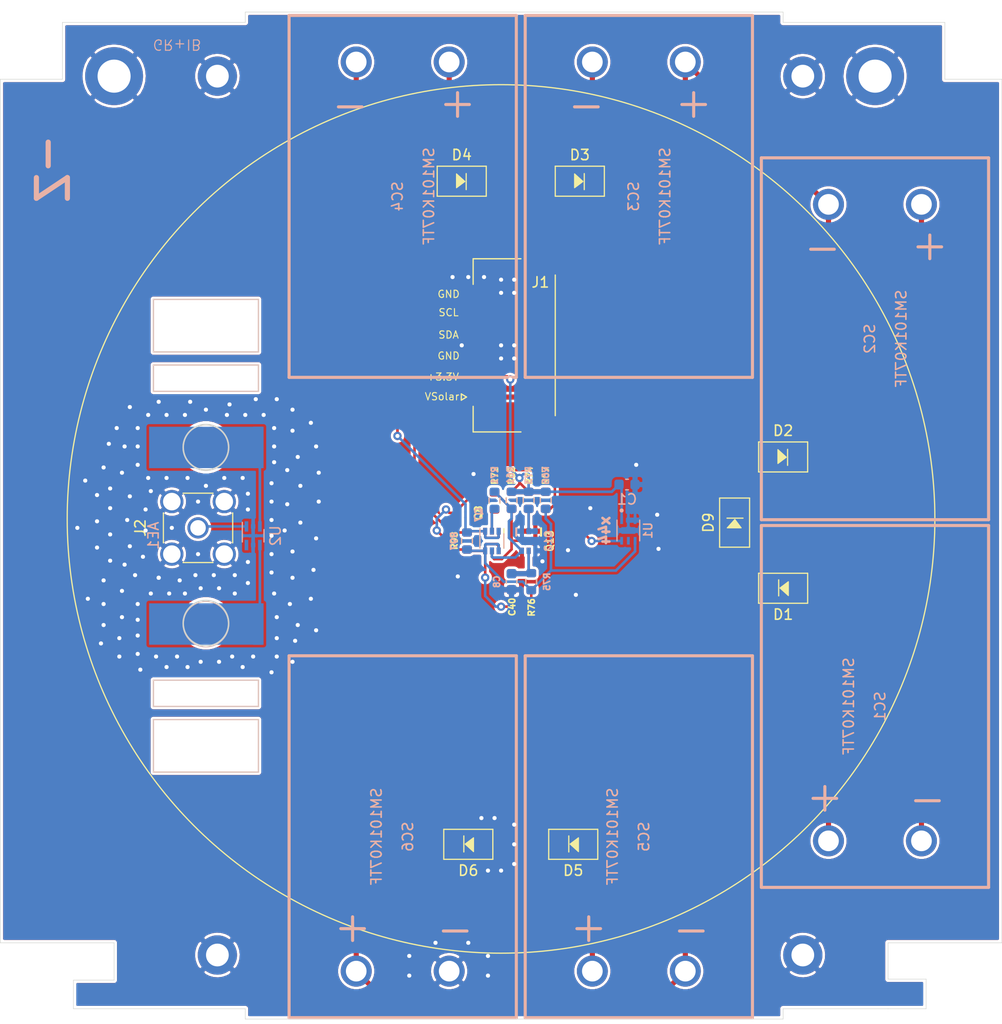
<source format=kicad_pcb>
(kicad_pcb (version 20171130) (host pcbnew "(5.1.10)-1")
  (layers (0 F.Cu signal) (31 B.Cu signal) (34 B.Paste user hide) (35 F.Paste user hide) (36 B.SilkS user) (37 F.SilkS user) (38 B.Mask user hide) (39 F.Mask user hide) (44 Edge.Cuts user))
  (net 0 "")
  (net 1 GND)
  (net 2 "Net-(D1-Pad1)")
  (net 3 "Net-(D1-Pad2)")
  (net 4 "Net-(D2-Pad2)")
  (net 5 "Net-(D3-Pad2)")
  (net 6 "Net-(D4-Pad2)")
  (net 7 "Net-(D5-Pad2)")
  (net 8 VSOLAR)
  (net 9 "Net-(AE1-Pad2)")
  (net 10 "Net-(AE1-Pad1)")
  (net 11 +3V3)
  (net 12 SDA)
  (net 13 SCL)
  (net 14 "Net-(J2-Pad1)")
  (net 15 "Net-(C8-Pad1)")
  (net 16 "Net-(C40-Pad1)")
  (net 17 SCL_SUN)
  (net 18 "Net-(Q7-Pad2)")
  (net 19 "Net-(Q12-Pad6)")
  (net 20 SDA_SUN)
  (net 21 "Net-(Q8-Pad2)")
  (net 22 "Net-(Q13-Pad6)")
  (net 23 "Net-(Q12-Pad2)")
  (net 24 "Net-(Q13-Pad2)")
  (module sapling:OPT3001 (layer B.Cu) (at 160.274 96.012 270)
    (fp_text reference U1 (at 0 -1.905 270) (layer B.SilkS) (effects (font (size 0.8 0.8)) (justify mirror)))
    (fp_text value OPT3001DNPT)
    (pad 1 smd rect (at -0.995 0.65 270) (size 0.74 0.27) (layers B.Cu B.Paste B.Mask) (net 11 +3V3))
    (pad 2 smd rect (at -0.995 0 270) (size 0.74 0.27) (layers B.Cu B.Paste B.Mask) (net 1 GND))
    (pad 3 smd rect (at -0.995 -0.65 270) (size 0.74 0.27) (layers B.Cu B.Paste B.Mask) (net 1 GND))
    (pad 4 smd rect (at 0.995 -0.65 270) (size 0.74 0.27) (layers B.Cu B.Paste B.Mask) (net 17 SCL_SUN))
    (pad 5 smd rect (at 0.995 0 270) (size 0.74 0.27) (layers B.Cu B.Paste B.Mask))
    (pad 6 smd rect (at 0.995 0.65 270) (size 0.74 0.27) (layers B.Cu B.Paste B.Mask) (net 20 SDA_SUN))
    (pad 7 smd rect (at 0 0 270) (size 0.65 1.35) (layers B.Cu B.Mask) (net 1 GND))
  )
  (module Capacitor_SMD:C_0603_1608Metric (layer B.Cu) (at 160.147 91.567)
    (fp_text reference C1 (at 0 1.43) (layer B.SilkS) (effects (justify mirror)))
    (fp_text value 100nF)
    (pad 2 smd roundrect (at 0.775 0) (size 0.9 0.95) (layers B.Cu B.Paste B.Mask) (net 1 GND))
    (pad 1 smd roundrect (at -0.775 0) (size 0.9 0.95) (layers B.Cu B.Paste B.Mask) (net 11 +3V3))
  )
  (module MountingHole:MountingHole_2.2mm_M2_DIN965_Pad_TopBottom (layer F.Cu) (at 120.49 52.07)
    (fp_text reference H6 hide)
    (fp_text value MountingHole_Pad)
    (pad 1 connect circle (at 0 0) (size 3.8 3.8) (layers B.Cu B.Mask) (net 1 GND))
    (pad 1 connect circle (at 0 0) (size 3.8 3.8) (layers F.Cu F.Mask) (net 1 GND))
    (pad 1 thru_hole circle (at 0 0) (size 2.6 2.6) (drill 2.2) (layers *.Cu *.Mask) (net 1 GND))
  )
  (module MountingHole:MountingHole_2.2mm_M2_DIN965_Pad_TopBottom (layer F.Cu) (at 177.164 137.07)
    (fp_text reference H5)
    (fp_text value MountingHole_Pad)
    (pad 1 connect circle (at 0 0) (size 3.8 3.8) (layers B.Cu B.Mask) (net 1 GND))
    (pad 1 connect circle (at 0 0) (size 3.8 3.8) (layers F.Cu F.Mask) (net 1 GND))
    (pad 1 thru_hole circle (at 0 0) (size 2.6 2.6) (drill 2.2) (layers *.Cu *.Mask) (net 1 GND))
  )
  (module MountingHole:MountingHole_2.2mm_M2_DIN965_Pad_TopBottom (layer F.Cu) (at 177.164 52.07)
    (fp_text reference H4)
    (fp_text value MountingHole_Pad)
    (pad 1 thru_hole circle (at 0 0) (size 2.6 2.6) (drill 2.2) (layers *.Cu *.Mask) (net 1 GND))
    (pad 1 connect circle (at 0 0) (size 3.8 3.8) (layers F.Cu F.Mask) (net 1 GND))
    (pad 1 connect circle (at 0 0) (size 3.8 3.8) (layers B.Cu B.Mask) (net 1 GND))
  )
  (module MountingHole:MountingHole_2.2mm_M2_DIN965_Pad_TopBottom (layer F.Cu) (at 120.49 137.07)
    (fp_text reference H3)
    (fp_text value MountingHole_Pad)
    (pad 1 connect circle (at 0 0) (size 3.8 3.8) (layers B.Cu B.Mask) (net 1 GND))
    (pad 1 connect circle (at 0 0) (size 3.8 3.8) (layers F.Cu F.Mask) (net 1 GND))
    (pad 1 thru_hole circle (at 0 0) (size 2.6 2.6) (drill 2.2) (layers *.Cu *.Mask) (net 1 GND))
  )
  (module MountingHole:MountingHole_3.2mm_M3_DIN965_Pad_TopBottom (layer F.Cu) (at 184.164 52.07)
    (fp_text reference H2)
    (fp_text value MountingHole_Pad)
    (pad 1 connect circle (at 0 0) (size 5.6 5.6) (layers B.Cu B.Mask) (net 1 GND))
    (pad 1 connect circle (at 0 0) (size 5.6 5.6) (layers F.Cu F.Mask) (net 1 GND))
    (pad 1 thru_hole circle (at 0 0) (size 3.6 3.6) (drill 3.2) (layers *.Cu *.Mask) (net 1 GND))
  )
  (module MountingHole:MountingHole_3.2mm_M3_DIN965_Pad_TopBottom (layer F.Cu) (at 110.49 52.07)
    (fp_text reference H1)
    (fp_text value MountingHole_Pad)
    (pad 1 connect circle (at 0 0) (size 5.6 5.6) (layers B.Cu B.Mask) (net 1 GND))
    (pad 1 connect circle (at 0 0) (size 5.6 5.6) (layers F.Cu F.Mask) (net 1 GND))
    (pad 1 thru_hole circle (at 0 0) (size 3.6 3.6) (drill 3.2) (layers *.Cu *.Mask) (net 1 GND))
  )
  (module sapling:MOLEX_2053380006 (layer F.Cu) (at 149.225 78.105 270)
    (fp_text reference J1 (at -6.096 -2.54 180) (layer F.SilkS))
    (fp_text value Conn_01x06)
    (pad 1 smd rect (at 5 3.55 270) (size 1.1 1.45) (layers F.Cu F.Paste) (net 8 VSOLAR))
    (pad S2 smd rect (at -7.895 -2.425 270) (size 1.35 2.9) (layers F.Cu F.Paste))
    (pad S1 smd rect (at 7.895 -2.425 270) (size 1.35 2.9) (layers F.Cu F.Paste))
    (pad 2 smd rect (at 3 3.55 270) (size 1.1 1.45) (layers F.Cu F.Paste) (net 11 +3V3))
    (pad 3 smd rect (at 1 3.55 270) (size 1.1 1.45) (layers F.Cu F.Paste) (net 1 GND))
    (pad 4 smd rect (at -1 3.55 270) (size 1.1 1.45) (layers F.Cu F.Paste) (net 12 SDA))
    (pad 5 smd rect (at -3 3.55 270) (size 1.1 1.45) (layers F.Cu F.Paste) (net 13 SCL))
    (pad 6 smd rect (at -5 3.55 270) (size 1.1 1.45) (layers F.Cu F.Paste) (net 1 GND))
  )
  (module sapling:DO-214AC (layer F.Cu) (at 144.145 62.23 180)
    (fp_text reference D4 (at 0 2.54 180) (layer F.SilkS))
    (fp_text value CDBA240LL-HF)
    (pad 1 smd rect (at -2 0 180) (size 2.5 1.7) (layers F.Cu F.Paste F.Mask) (net 5 "Net-(D3-Pad2)"))
    (pad 2 smd rect (at 2 0 180) (size 2.5 1.7) (layers F.Cu F.Paste F.Mask) (net 6 "Net-(D4-Pad2)"))
  )
  (module sapling:SM101K07TF (layer B.Cu) (at 184.15 113.03 270)
    (fp_text reference SC1 (at 0 -0.5 270) (layer B.SilkS) (effects (justify mirror)))
    (fp_text value SM101K07TF (at 0 2.54 270) (layer B.SilkS) (effects (justify mirror)))
    (fp_text user + (at 8.89 5.08 270) (layer B.SilkS) (effects (font (size 3 3) (thickness 0.3)) (justify mirror)))
    (fp_text user - (at 8.89 -5.08) (layer B.SilkS) (effects (font (size 3 3) (thickness 0.3)) (justify mirror)))
    (pad 1 thru_hole circle (at 13 4.5 270) (size 3 3) (drill 2) (layers *.Cu *.Mask) (net 2 "Net-(D1-Pad1)"))
    (pad 2 thru_hole circle (at 13 -4.5 270) (size 3 3) (drill 2) (layers *.Cu *.Mask) (net 3 "Net-(D1-Pad2)"))
  )
  (module sapling:SM101K07TF (layer B.Cu) (at 161.29 63.7 90)
    (fp_text reference SC3 (at 0 -0.5 270) (layer B.SilkS) (effects (justify mirror)))
    (fp_text value SM101K07TF (at 0 2.54 270) (layer B.SilkS) (effects (justify mirror)))
    (fp_text user + (at 8.89 5.08 270) (layer B.SilkS) (effects (font (size 3 3) (thickness 0.3)) (justify mirror)))
    (fp_text user - (at 8.89 -5.08) (layer B.SilkS) (effects (font (size 3 3) (thickness 0.3)) (justify mirror)))
    (pad 1 thru_hole circle (at 13 4.5 90) (size 3 3) (drill 2) (layers *.Cu *.Mask) (net 4 "Net-(D2-Pad2)"))
    (pad 2 thru_hole circle (at 13 -4.5 90) (size 3 3) (drill 2) (layers *.Cu *.Mask) (net 5 "Net-(D3-Pad2)"))
  )
  (module sapling:SM101K07TF (layer B.Cu) (at 138.43 63.7 90)
    (fp_text reference SC4 (at 0 -0.5 270) (layer B.SilkS) (effects (justify mirror)))
    (fp_text value SM101K07TF (at 0 2.54 270) (layer B.SilkS) (effects (justify mirror)))
    (fp_text user + (at 8.89 5.08 270) (layer B.SilkS) (effects (font (size 3 3) (thickness 0.3)) (justify mirror)))
    (fp_text user - (at 8.89 -5.08) (layer B.SilkS) (effects (font (size 3 3) (thickness 0.3)) (justify mirror)))
    (pad 1 thru_hole circle (at 13 4.5 90) (size 3 3) (drill 2) (layers *.Cu *.Mask) (net 5 "Net-(D3-Pad2)"))
    (pad 2 thru_hole circle (at 13 -4.5 90) (size 3 3) (drill 2) (layers *.Cu *.Mask) (net 6 "Net-(D4-Pad2)"))
  )
  (module sapling:DO-214AC (layer F.Cu) (at 170.561 95.25 270)
    (fp_text reference D9 (at 0 2.54 90) (layer F.SilkS))
    (fp_text value CDBA240LL-HF)
    (pad 1 smd rect (at -2 0 270) (size 2.5 1.7) (layers F.Cu F.Paste F.Mask) (net 8 VSOLAR))
    (pad 2 smd rect (at 2 0 270) (size 2.5 1.7) (layers F.Cu F.Paste F.Mask) (net 2 "Net-(D1-Pad1)"))
  )
  (module sapling:DO-214AC (layer F.Cu) (at 155.575 62.23 180)
    (fp_text reference D3 (at 0 2.54 180) (layer F.SilkS))
    (fp_text value CDBA240LL-HF)
    (pad 1 smd rect (at -2 0 180) (size 2.5 1.7) (layers F.Cu F.Paste F.Mask) (net 4 "Net-(D2-Pad2)"))
    (pad 2 smd rect (at 2 0 180) (size 2.5 1.7) (layers F.Cu F.Paste F.Mask) (net 5 "Net-(D3-Pad2)"))
  )
  (module sapling:DO-214AC (layer F.Cu) (at 175.26 101.6)
    (fp_text reference D1 (at 0 2.54 180) (layer F.SilkS))
    (fp_text value CDBA240LL-HF)
    (pad 1 smd rect (at -2 0) (size 2.5 1.7) (layers F.Cu F.Paste F.Mask) (net 2 "Net-(D1-Pad1)"))
    (pad 2 smd rect (at 2 0) (size 2.5 1.7) (layers F.Cu F.Paste F.Mask) (net 3 "Net-(D1-Pad2)"))
  )
  (module sapling:BSS138DWQ-7 (layer B.Cu) (at 150.622 97.028 270)
    (fp_text reference Q12 (at 0 -1.905 90) (layer B.SilkS) (effects (font (size 0.7 0.7) (thickness 0.127)) (justify mirror)))
    (fp_text value BSS138DWQ-7 hide)
    (pad 6 smd rect (at 0.95 0.65 180) (size 0.4 0.6) (layers B.Cu B.Paste B.Mask) (net 19 "Net-(Q12-Pad6)"))
    (pad 5 smd rect (at 0.95 0 180) (size 0.4 0.6) (layers B.Cu B.Paste B.Mask) (net 15 "Net-(C8-Pad1)"))
    (pad 4 smd rect (at 0.95 -0.65 180) (size 0.4 0.6) (layers B.Cu B.Paste B.Mask) (net 1 GND))
    (pad 3 smd rect (at -0.95 -0.65 180) (size 0.4 0.6) (layers B.Cu B.Paste B.Mask) (net 23 "Net-(Q12-Pad2)"))
    (pad 2 smd rect (at -0.95 0 180) (size 0.4 0.6) (layers B.Cu B.Paste B.Mask) (net 23 "Net-(Q12-Pad2)"))
    (pad 1 smd rect (at -0.95 0.65 180) (size 0.4 0.6) (layers B.Cu B.Paste B.Mask) (net 1 GND))
  )
  (module Package_TO_SOT_SMD:SOT-363_SC-70-6 (layer F.Cu) (at 147.066 97.028 270)
    (fp_text reference Q8 (at -2.7178 1.2954 90) (layer F.SilkS) (effects (font (size 0.7 0.7))))
    (fp_text value MBT2222ADW1T1)
    (pad 6 smd rect (at 0.95 -0.65 270) (size 0.65 0.4) (layers F.Cu F.Paste F.Mask) (net 20 SDA_SUN))
    (pad 4 smd rect (at 0.95 0.65 270) (size 0.65 0.4) (layers F.Cu F.Paste F.Mask) (net 20 SDA_SUN))
    (pad 2 smd rect (at -0.95 0 270) (size 0.65 0.4) (layers F.Cu F.Paste F.Mask) (net 21 "Net-(Q8-Pad2)"))
    (pad 5 smd rect (at 0.95 0 270) (size 0.65 0.4) (layers F.Cu F.Paste F.Mask) (net 22 "Net-(Q13-Pad6)"))
    (pad 3 smd rect (at -0.95 0.65 270) (size 0.65 0.4) (layers F.Cu F.Paste F.Mask) (net 12 SDA))
    (pad 1 smd rect (at -0.95 -0.65 270) (size 0.65 0.4) (layers F.Cu F.Paste F.Mask) (net 12 SDA))
  )
  (module Resistor_SMD:R_0603_1608Metric (layer B.Cu) (at 150.876 100.965 90)
    (fp_text reference R75 (at 0 1.524 90) (layer B.SilkS) (effects (font (size 0.6 0.6)) (justify mirror)))
    (fp_text value 200K)
    (pad 2 smd roundrect (at 0.825 0 90) (size 0.8 0.95) (layers B.Cu B.Paste B.Mask) (net 15 "Net-(C8-Pad1)"))
    (pad 1 smd roundrect (at -0.825 0 90) (size 0.8 0.95) (layers B.Cu B.Paste B.Mask) (net 17 SCL_SUN))
  )
  (module Capacitor_SMD:C_0603_1608Metric (layer B.Cu) (at 148.971 100.965 270)
    (fp_text reference C8 (at 0 1.43 90) (layer B.SilkS) (effects (font (size 0.6 0.6)) (justify mirror)))
    (fp_text value 10nF)
    (pad 2 smd roundrect (at 0.775 0 270) (size 0.9 0.95) (layers B.Cu B.Paste B.Mask) (net 1 GND))
    (pad 1 smd roundrect (at -0.775 0 270) (size 0.9 0.95) (layers B.Cu B.Paste B.Mask) (net 15 "Net-(C8-Pad1)"))
  )
  (module Capacitor_SMD:C_0603_1608Metric (layer F.Cu) (at 148.971 100.965 270)
    (fp_text reference C40 (at 2.4384 -0.0508 90) (layer F.SilkS) (effects (font (size 0.6 0.6))))
    (fp_text value 10nF)
    (pad 2 smd roundrect (at 0.775 0 270) (size 0.9 0.95) (layers F.Cu F.Paste F.Mask) (net 1 GND))
    (pad 1 smd roundrect (at -0.775 0 270) (size 0.9 0.95) (layers F.Cu F.Paste F.Mask) (net 16 "Net-(C40-Pad1)"))
  )
  (module Package_TO_SOT_SMD:SOT-363_SC-70-6 (layer B.Cu) (at 147.066 97.028 270)
    (fp_text reference Q7 (at -2.54 1.27 90) (layer B.SilkS) (effects (font (size 0.7 0.7)) (justify mirror)))
    (fp_text value MBT2222ADW1T1)
    (pad 6 smd rect (at 0.95 0.65 270) (size 0.65 0.4) (layers B.Cu B.Paste B.Mask) (net 17 SCL_SUN))
    (pad 4 smd rect (at 0.95 -0.65 270) (size 0.65 0.4) (layers B.Cu B.Paste B.Mask) (net 17 SCL_SUN))
    (pad 2 smd rect (at -0.95 0 270) (size 0.65 0.4) (layers B.Cu B.Paste B.Mask) (net 18 "Net-(Q7-Pad2)"))
    (pad 5 smd rect (at 0.95 0 270) (size 0.65 0.4) (layers B.Cu B.Paste B.Mask) (net 19 "Net-(Q12-Pad6)"))
    (pad 3 smd rect (at -0.95 -0.65 270) (size 0.65 0.4) (layers B.Cu B.Paste B.Mask) (net 13 SCL))
    (pad 1 smd rect (at -0.95 0.65 270) (size 0.65 0.4) (layers B.Cu B.Paste B.Mask) (net 13 SCL))
  )
  (module Resistor_SMD:R_0603_1608Metric (layer F.Cu) (at 150.622 93.091 270)
    (fp_text reference R74 (at -2.3876 -0.0762 90) (layer F.SilkS) (effects (font (size 0.6 0.6))))
    (fp_text value 100K)
    (pad 2 smd roundrect (at 0.825 0 270) (size 0.8 0.95) (layers F.Cu F.Paste F.Mask) (net 24 "Net-(Q13-Pad2)"))
    (pad 1 smd roundrect (at -0.825 0 270) (size 0.8 0.95) (layers F.Cu F.Paste F.Mask) (net 11 +3V3))
  )
  (module Resistor_SMD:R_0603_1608Metric (layer F.Cu) (at 148.971 93.091 270)
    (fp_text reference R62 (at -2.3876 0 90) (layer F.SilkS) (effects (font (size 0.6 0.6))))
    (fp_text value 10K)
    (pad 2 smd roundrect (at 0.825 0 270) (size 0.8 0.95) (layers F.Cu F.Paste F.Mask) (net 22 "Net-(Q13-Pad6)"))
    (pad 1 smd roundrect (at -0.825 0 270) (size 0.8 0.95) (layers F.Cu F.Paste F.Mask) (net 11 +3V3))
  )
  (module Resistor_SMD:R_0603_1608Metric (layer F.Cu) (at 144.653 97.028 90)
    (fp_text reference R98 (at 0.0254 -1.2192 90) (layer F.SilkS) (effects (font (size 0.6 0.6))))
    (fp_text value 0)
    (pad 2 smd roundrect (at 0.825 0 90) (size 0.8 0.95) (layers F.Cu F.Paste F.Mask) (net 12 SDA))
    (pad 1 smd roundrect (at -0.825 0 90) (size 0.8 0.95) (layers F.Cu F.Paste F.Mask) (net 20 SDA_SUN))
  )
  (module Resistor_SMD:R_0603_1608Metric (layer B.Cu) (at 150.622 93.091 270)
    (fp_text reference R73 (at -2.413 0 90) (layer B.SilkS) (effects (font (size 0.6 0.6)) (justify mirror)))
    (fp_text value 100K)
    (pad 2 smd roundrect (at 0.825 0 270) (size 0.8 0.95) (layers B.Cu B.Paste B.Mask) (net 23 "Net-(Q12-Pad2)"))
    (pad 1 smd roundrect (at -0.825 0 270) (size 0.8 0.95) (layers B.Cu B.Paste B.Mask) (net 11 +3V3))
  )
  (module Resistor_SMD:R_0603_1608Metric (layer B.Cu) (at 147.32 93.091 90)
    (fp_text reference R71 (at 2.413 0 90) (layer B.SilkS) (effects (font (size 0.6 0.6)) (justify mirror)))
    (fp_text value 680)
    (pad 2 smd roundrect (at 0.825 0 90) (size 0.8 0.95) (layers B.Cu B.Paste B.Mask) (net 19 "Net-(Q12-Pad6)"))
    (pad 1 smd roundrect (at -0.825 0 90) (size 0.8 0.95) (layers B.Cu B.Paste B.Mask) (net 18 "Net-(Q7-Pad2)"))
  )
  (module sapling:BSS138DWQ-7 (layer F.Cu) (at 150.622 97.028 270)
    (fp_text reference Q13 (at 0 -2.06 90) (layer F.SilkS) (effects (font (size 0.7 0.7) (thickness 0.127))))
    (fp_text value BSS138DWQ-7 hide)
    (pad 6 smd rect (at 0.95 -0.65) (size 0.4 0.6) (layers F.Cu F.Paste F.Mask) (net 22 "Net-(Q13-Pad6)"))
    (pad 5 smd rect (at 0.95 0) (size 0.4 0.6) (layers F.Cu F.Paste F.Mask) (net 16 "Net-(C40-Pad1)"))
    (pad 4 smd rect (at 0.95 0.65) (size 0.4 0.6) (layers F.Cu F.Paste F.Mask) (net 1 GND))
    (pad 3 smd rect (at -0.95 0.65) (size 0.4 0.6) (layers F.Cu F.Paste F.Mask) (net 24 "Net-(Q13-Pad2)"))
    (pad 2 smd rect (at -0.95 0) (size 0.4 0.6) (layers F.Cu F.Paste F.Mask) (net 24 "Net-(Q13-Pad2)"))
    (pad 1 smd rect (at -0.95 -0.65) (size 0.4 0.6) (layers F.Cu F.Paste F.Mask) (net 1 GND))
  )
  (module Resistor_SMD:R_0603_1608Metric (layer B.Cu) (at 152.273 93.091 270)
    (fp_text reference R66 (at -2.413 0 90) (layer B.SilkS) (effects (font (size 0.6 0.6)) (justify mirror)))
    (fp_text value 10K)
    (pad 2 smd roundrect (at 0.825 0 270) (size 0.8 0.95) (layers B.Cu B.Paste B.Mask) (net 17 SCL_SUN))
    (pad 1 smd roundrect (at -0.825 0 270) (size 0.8 0.95) (layers B.Cu B.Paste B.Mask) (net 11 +3V3))
  )
  (module Resistor_SMD:R_0603_1608Metric (layer B.Cu) (at 148.971 93.091 270)
    (fp_text reference R61 (at -2.413 0.127 90) (layer B.SilkS) (effects (font (size 0.6 0.6)) (justify mirror)))
    (fp_text value 10K)
    (pad 2 smd roundrect (at 0.825 0 270) (size 0.8 0.95) (layers B.Cu B.Paste B.Mask) (net 19 "Net-(Q12-Pad6)"))
    (pad 1 smd roundrect (at -0.825 0 270) (size 0.8 0.95) (layers B.Cu B.Paste B.Mask) (net 11 +3V3))
  )
  (module Resistor_SMD:R_0603_1608Metric (layer B.Cu) (at 144.653 97.028 90)
    (fp_text reference R97 (at 0 -1.27 90) (layer B.SilkS) (effects (font (size 0.6 0.6)) (justify mirror)))
    (fp_text value 0)
    (pad 2 smd roundrect (at 0.825 0 90) (size 0.8 0.95) (layers B.Cu B.Paste B.Mask) (net 13 SCL))
    (pad 1 smd roundrect (at -0.825 0 90) (size 0.8 0.95) (layers B.Cu B.Paste B.Mask) (net 17 SCL_SUN))
  )
  (module Resistor_SMD:R_0603_1608Metric (layer F.Cu) (at 147.32 93.154 90)
    (fp_text reference R72 (at 2.4506 0.0254 90) (layer F.SilkS) (effects (font (size 0.6 0.6))))
    (fp_text value 680)
    (pad 2 smd roundrect (at 0.825 0 90) (size 0.8 0.95) (layers F.Cu F.Paste F.Mask) (net 22 "Net-(Q13-Pad6)"))
    (pad 1 smd roundrect (at -0.825 0 90) (size 0.8 0.95) (layers F.Cu F.Paste F.Mask) (net 21 "Net-(Q8-Pad2)"))
  )
  (module Resistor_SMD:R_0603_1608Metric (layer F.Cu) (at 152.273 93.091 270)
    (fp_text reference R67 (at -2.3876 0 90) (layer F.SilkS) (effects (font (size 0.6 0.6))))
    (fp_text value 10K)
    (pad 2 smd roundrect (at 0.825 0 270) (size 0.8 0.95) (layers F.Cu F.Paste F.Mask) (net 20 SDA_SUN))
    (pad 1 smd roundrect (at -0.825 0 270) (size 0.8 0.95) (layers F.Cu F.Paste F.Mask) (net 11 +3V3))
  )
  (module Resistor_SMD:R_0603_1608Metric (layer F.Cu) (at 150.876 100.965 90)
    (fp_text reference R76 (at -2.4892 0.0254 90) (layer F.SilkS) (effects (font (size 0.6 0.6))))
    (fp_text value 200K)
    (pad 2 smd roundrect (at 0.825 0 90) (size 0.8 0.95) (layers F.Cu F.Paste F.Mask) (net 16 "Net-(C40-Pad1)"))
    (pad 1 smd roundrect (at -0.825 0 90) (size 0.8 0.95) (layers F.Cu F.Paste F.Mask) (net 20 SDA_SUN))
  )
  (module sapling:UHF_Dipole_Antenna_Mount (layer B.Cu) (at 118.11 96.52 270)
    (fp_text reference AE1 (at 0 3.81 90) (layer B.SilkS) (effects (justify mirror)))
    (fp_text value UHF_Dipole_Antenna)
    (pad 2 smd rect (at 8.54 -6.35 270) (size 4 1) (layers B.Cu B.Paste B.Mask) (net 9 "Net-(AE1-Pad2)"))
    (pad 1 smd rect (at -8.54 -6.35 270) (size 4 1) (layers B.Cu B.Paste B.Mask) (net 10 "Net-(AE1-Pad1)"))
    (pad 2 smd rect (at 8.54 -1.27 270) (size 4 11) (layers B.Cu B.Paste B.Mask) (net 9 "Net-(AE1-Pad2)"))
    (pad 1 smd rect (at -8.54 -1.27 270) (size 4 11) (layers B.Cu B.Paste B.Mask) (net 10 "Net-(AE1-Pad1)"))
  )
  (module sapling:SMA_Amphenol_901-144_Vertical (layer F.Cu) (at 118.618 95.758 270)
    (fp_text reference J2 (at 0 5.588 270) (layer F.SilkS))
    (fp_text value "SMA Connector Male")
    (pad 1 thru_hole circle (at 0 0 270) (size 2.05 2.05) (drill 1.5) (layers *.Cu *.Mask) (net 14 "Net-(J2-Pad1)"))
    (pad 2 thru_hole circle (at 2.54 2.54 270) (size 2.25 2.25) (drill 1.7) (layers *.Cu *.Mask) (net 1 GND))
    (pad 2 thru_hole circle (at 2.54 -2.54 270) (size 2.25 2.25) (drill 1.7) (layers *.Cu *.Mask) (net 1 GND))
    (pad 2 thru_hole circle (at -2.54 -2.54 270) (size 2.25 2.25) (drill 1.7) (layers *.Cu *.Mask) (net 1 GND))
    (pad 2 thru_hole circle (at -2.54 2.54 270) (size 2.25 2.25) (drill 1.7) (layers *.Cu *.Mask) (net 1 GND))
  )
  (module RF_Converter:Balun_Johanson_5400BL15B050E (layer B.Cu) (at 123.952 96.52 270)
    (fp_text reference U2 (at 0 -2.159 270) (layer B.SilkS) (effects (justify mirror)))
    (fp_text value HHM1589D1)
    (pad 1 smd rect (at -0.9 0.65 270) (size 1 0.35) (layers B.Cu B.Paste B.Mask) (net 14 "Net-(J2-Pad1)") (clearance 0.2))
    (pad 2 smd rect (at -0.9 0 270) (size 1 0.35) (layers B.Cu B.Paste B.Mask) (net 1 GND))
    (pad 3 smd rect (at -0.9 -0.65 270) (size 1 0.35) (layers B.Cu B.Paste B.Mask) (net 10 "Net-(AE1-Pad1)") (clearance 0.2))
    (pad 4 smd rect (at 0.9 -0.65 270) (size 1 0.35) (layers B.Cu B.Paste B.Mask) (net 9 "Net-(AE1-Pad2)") (clearance 0.2))
    (pad 5 smd rect (at 0.9 0 270) (size 1 0.35) (layers B.Cu B.Paste B.Mask) (net 1 GND))
    (pad 6 smd rect (at 0.9 0.65 270) (size 1 0.35) (layers B.Cu B.Paste B.Mask) (clearance 0.2))
  )
  (module sapling:DO-214AC (layer F.Cu) (at 154.94 126.365)
    (fp_text reference D5 (at 0 2.54) (layer F.SilkS))
    (fp_text value CDBA240LL-HF)
    (pad 1 smd rect (at -2 0) (size 2.5 1.7) (layers F.Cu F.Paste F.Mask) (net 6 "Net-(D4-Pad2)"))
    (pad 2 smd rect (at 2 0) (size 2.5 1.7) (layers F.Cu F.Paste F.Mask) (net 7 "Net-(D5-Pad2)"))
  )
  (module sapling:SM101K07TF (layer B.Cu) (at 161.29 125.63 270)
    (fp_text reference SC5 (at 0 -0.5 270) (layer B.SilkS) (effects (justify mirror)))
    (fp_text value SM101K07TF (at 0 2.54 270) (layer B.SilkS) (effects (justify mirror)))
    (fp_text user + (at 8.89 5.08 270) (layer B.SilkS) (effects (font (size 3 3) (thickness 0.3)) (justify mirror)))
    (fp_text user - (at 8.89 -5.08) (layer B.SilkS) (effects (font (size 3 3) (thickness 0.3)) (justify mirror)))
    (pad 1 thru_hole circle (at 13 4.5 270) (size 3 3) (drill 2) (layers *.Cu *.Mask) (net 6 "Net-(D4-Pad2)"))
    (pad 2 thru_hole circle (at 13 -4.5 270) (size 3 3) (drill 2) (layers *.Cu *.Mask) (net 7 "Net-(D5-Pad2)"))
  )
  (module sapling:DO-214AC (layer F.Cu) (at 175.26 88.9 180)
    (fp_text reference D2 (at 0 2.54 180) (layer F.SilkS))
    (fp_text value CDBA240LL-HF)
    (pad 1 smd rect (at -2 0 180) (size 2.5 1.7) (layers F.Cu F.Paste F.Mask) (net 3 "Net-(D1-Pad2)"))
    (pad 2 smd rect (at 2 0 180) (size 2.5 1.7) (layers F.Cu F.Paste F.Mask) (net 4 "Net-(D2-Pad2)"))
  )
  (module sapling:DO-214AC (layer F.Cu) (at 144.78 126.365)
    (fp_text reference D6 (at 0 2.54 180) (layer F.SilkS))
    (fp_text value CDBA240LL-HF)
    (pad 1 smd rect (at -2 0) (size 2.5 1.7) (layers F.Cu F.Paste F.Mask) (net 7 "Net-(D5-Pad2)"))
    (pad 2 smd rect (at 2 0) (size 2.5 1.7) (layers F.Cu F.Paste F.Mask) (net 1 GND))
  )
  (module sapling:SM101K07TF (layer B.Cu) (at 184.15 77.47 90)
    (fp_text reference SC2 (at 0 -0.5 270) (layer B.SilkS) (effects (justify mirror)))
    (fp_text value SM101K07TF (at 0 2.54 270) (layer B.SilkS) (effects (justify mirror)))
    (fp_text user + (at 8.89 5.08 270) (layer B.SilkS) (effects (font (size 3 3) (thickness 0.3)) (justify mirror)))
    (fp_text user - (at 8.89 -5.08) (layer B.SilkS) (effects (font (size 3 3) (thickness 0.3)) (justify mirror)))
    (pad 1 thru_hole circle (at 13 4.5 90) (size 3 3) (drill 2) (layers *.Cu *.Mask) (net 3 "Net-(D1-Pad2)"))
    (pad 2 thru_hole circle (at 13 -4.5 90) (size 3 3) (drill 2) (layers *.Cu *.Mask) (net 4 "Net-(D2-Pad2)"))
  )
  (module sapling:SM101K07TF (layer B.Cu) (at 138.43 125.63 270)
    (fp_text reference SC6 (at 0 -0.5 270) (layer B.SilkS) (effects (justify mirror)))
    (fp_text value SM101K07TF (at 0 2.54 270) (layer B.SilkS) (effects (justify mirror)))
    (fp_text user + (at 8.89 5.08 270) (layer B.SilkS) (effects (font (size 3 3) (thickness 0.3)) (justify mirror)))
    (fp_text user - (at 8.89 -5.08) (layer B.SilkS) (effects (font (size 3 3) (thickness 0.3)) (justify mirror)))
    (pad 1 thru_hole circle (at 13 4.5 270) (size 3 3) (drill 2) (layers *.Cu *.Mask) (net 7 "Net-(D5-Pad2)"))
    (pad 2 thru_hole circle (at 13 -4.5 270) (size 3 3) (drill 2) (layers *.Cu *.Mask) (net 1 GND))
  )
  (gr_circle (center 119.38 104.988) (end 121.58 104.988) (layer Edge.Cuts) (width 0.15))
  (gr_circle (center 119.38 87.97) (end 121.58 87.97) (layer Edge.Cuts) (width 0.15))
  (gr_text GR+IB (at 116.586 49.022 180) (layer B.SilkS) (effects (font (size 1 1) (thickness 0.1)) (justify mirror)))
  (gr_text GND (at 142.875 73.152) (layer F.SilkS) (effects (font (size 0.7 0.7) (thickness 0.1))))
  (gr_text SCL (at 142.875 74.93) (layer F.SilkS) (effects (font (size 0.7 0.7) (thickness 0.1))))
  (gr_text SDA (at 142.875 77.089) (layer F.SilkS) (effects (font (size 0.7 0.7) (thickness 0.1))))
  (gr_text GND (at 142.875 79.121) (layer F.SilkS) (effects (font (size 0.7 0.7) (thickness 0.1))))
  (gr_text +3.3V (at 142.3035 81.153) (layer F.SilkS) (effects (font (size 0.7 0.7) (thickness 0.1))))
  (gr_text VSolar (at 142.24 83.058) (layer F.SilkS) (effects (font (size 0.7 0.7) (thickness 0.1))))
  (gr_line (start 124.46 114.3) (end 114.3 114.3) (layer Edge.Cuts) (width 0.05))
  (gr_line (start 124.46 78.74) (end 124.46 73.66) (layer Edge.Cuts) (width 0.05))
  (gr_line (start 114.3 110.49) (end 124.46 110.49) (layer Edge.Cuts) (width 0.05))
  (gr_line (start 124.46 73.66) (end 114.3 73.66) (layer Edge.Cuts) (width 0.05))
  (gr_line (start 124.46 110.49) (end 124.46 113.03) (layer Edge.Cuts) (width 0.05))
  (gr_line (start 114.3 113.03) (end 114.3 110.49) (layer Edge.Cuts) (width 0.05))
  (gr_line (start 114.3 82.55) (end 124.46 82.55) (layer Edge.Cuts) (width 0.05))
  (gr_line (start 114.3 73.66) (end 114.3 78.74) (layer Edge.Cuts) (width 0.05))
  (gr_line (start 114.3 119.38) (end 124.46 119.38) (layer Edge.Cuts) (width 0.05))
  (gr_line (start 114.3 114.3) (end 114.3 119.38) (layer Edge.Cuts) (width 0.05))
  (gr_line (start 114.3 80.01) (end 114.3 82.55) (layer Edge.Cuts) (width 0.05))
  (gr_line (start 124.46 113.03) (end 114.3 113.03) (layer Edge.Cuts) (width 0.05))
  (gr_line (start 124.46 80.01) (end 114.3 80.01) (layer Edge.Cuts) (width 0.05))
  (gr_line (start 124.46 82.55) (end 124.46 80.01) (layer Edge.Cuts) (width 0.05))
  (gr_line (start 114.3 78.74) (end 124.46 78.74) (layer Edge.Cuts) (width 0.05))
  (gr_line (start 124.46 119.38) (end 124.46 114.3) (layer Edge.Cuts) (width 0.05))
  (gr_line (start 110.49 139.5) (end 110.49 135.89) (layer Edge.Cuts) (width 0.05))
  (gr_line (start 99.47 52.37) (end 99.47 135.89) (layer Edge.Cuts) (width 0.05))
  (gr_line (start 185.42 139.4) (end 185.42 135.89) (layer Edge.Cuts) (width 0.05))
  (gr_line (start 196.438 52.37) (end 196.438 135.89) (layer Edge.Cuts) (width 0.05))
  (gr_line (start 99.47 52.37) (end 105.49 52.37) (layer Edge.Cuts) (width 0.05))
  (gr_line (start 196.438 52.37) (end 190.914 52.37) (layer Edge.Cuts) (width 0.05))
  (gr_circle (center 147.95 94.894) (end 189.95 94.894) (layer F.SilkS) (width 0.12))
  (gr_line (start 189.103 142.268) (end 185.42 142.268) (layer Edge.Cuts) (width 0.05))
  (gr_line (start 190.914 46.87) (end 190.914 52.37) (layer Edge.Cuts) (width 0.05))
  (gr_line (start 189.103 139.4) (end 189.103 142.268) (layer Edge.Cuts) (width 0.05))
  (gr_line (start 110.49 135.89) (end 99.47 135.89) (layer Edge.Cuts) (width 0.05))
  (gr_line (start 105.49 52.37) (end 105.49 46.87) (layer Edge.Cuts) (width 0.05))
  (gr_line (start 123.19 46.87) (end 123.19 45.87) (layer Edge.Cuts) (width 0.05))
  (gr_line (start 185.42 139.4) (end 189.103 139.4) (layer Edge.Cuts) (width 0.05))
  (gr_line (start 106.553 142.268) (end 106.553 139.5) (layer Edge.Cuts) (width 0.05))
  (gr_line (start 106.553 139.5) (end 110.49 139.5) (layer Edge.Cuts) (width 0.05))
  (gr_line (start 185.42 135.89) (end 196.438 135.89) (layer Edge.Cuts) (width 0.05))
  (gr_line (start 105.49 46.87) (end 123.19 46.87) (layer Edge.Cuts) (width 0.05))
  (gr_text Z- (at 104.3305 61.0235 270) (layer B.SilkS) (effects (font (size 3 3) (thickness 0.5)) (justify mirror)))
  (gr_text x44 (at 157.988 96.012 90) (layer B.SilkS) (effects (font (size 1 1) (thickness 0.25)) (justify mirror)))
  (gr_line (start 175.26 46.87) (end 190.914 46.87) (layer Edge.Cuts) (width 0.05))
  (gr_line (start 175.26 142.268) (end 175.26 143.268) (layer Edge.Cuts) (width 0.05))
  (gr_line (start 175.26 143.268) (end 123.19 143.268) (layer Edge.Cuts) (width 0.05))
  (gr_line (start 175.26 142.268) (end 185.42 142.268) (layer Edge.Cuts) (width 0.05))
  (gr_line (start 123.19 143.268) (end 123.19 142.268) (layer Edge.Cuts) (width 0.05))
  (gr_line (start 123.19 45.87) (end 175.26 45.87) (layer Edge.Cuts) (width 0.05))
  (gr_line (start 175.26 45.87) (end 175.26 46.87) (layer Edge.Cuts) (width 0.05))
  (gr_line (start 106.553 142.268) (end 123.19 142.268) (layer Edge.Cuts) (width 0.05))
  (via (at 146.304 71.501) (size 0.8) (drill 0.4) (layers F.Cu B.Cu) (net 1))
  (via (at 144.78 71.501) (size 0.8) (drill 0.4) (layers F.Cu B.Cu) (net 1))
  (via (at 143.256 71.501) (size 0.8) (drill 0.4) (layers F.Cu B.Cu) (net 1))
  (via (at 144.145 78.105) (size 0.8) (drill 0.4) (layers F.Cu B.Cu) (net 1))
  (via (at 147.955 79.375) (size 0.8) (drill 0.4) (layers F.Cu B.Cu) (net 1))
  (via (at 147.955 78.105) (size 0.8) (drill 0.4) (layers F.Cu B.Cu) (net 1))
  (via (at 149.225 78.105) (size 0.8) (drill 0.4) (layers F.Cu B.Cu) (net 1))
  (via (at 147.955 71.755) (size 0.8) (drill 0.4) (layers F.Cu B.Cu) (net 1))
  (via (at 147.955 73.025) (size 0.8) (drill 0.4) (layers F.Cu B.Cu) (net 1))
  (via (at 149.225 71.755) (size 0.8) (drill 0.4) (layers F.Cu B.Cu) (net 1))
  (via (at 149.225 73.025) (size 0.8) (drill 0.4) (layers F.Cu B.Cu) (net 1))
  (via (at 149.225 79.375) (size 0.8) (drill 0.4) (layers F.Cu B.Cu) (net 1))
  (via (at 147.955 128.905) (size 0.8) (drill 0.4) (layers F.Cu B.Cu) (net 1))
  (via (at 146.685 128.905) (size 0.8) (drill 0.4) (layers F.Cu B.Cu) (net 1))
  (via (at 149.225 128.27) (size 0.8) (drill 0.4) (layers F.Cu B.Cu) (net 1))
  (via (at 149.225 126.365) (size 0.8) (drill 0.4) (layers F.Cu B.Cu) (net 1))
  (via (at 149.225 124.46) (size 0.8) (drill 0.4) (layers F.Cu B.Cu) (net 1))
  (via (at 147.32 123.825) (size 0.8) (drill 0.4) (layers F.Cu B.Cu) (net 1))
  (via (at 146.05 123.825) (size 0.8) (drill 0.4) (layers F.Cu B.Cu) (net 1))
  (via (at 139.065 137.16) (size 0.8) (drill 0.4) (layers F.Cu B.Cu) (net 1))
  (via (at 141.605 135.89) (size 0.8) (drill 0.4) (layers F.Cu B.Cu) (net 1))
  (via (at 144.78 135.89) (size 0.8) (drill 0.4) (layers F.Cu B.Cu) (net 1))
  (via (at 146.685 137.16) (size 0.8) (drill 0.4) (layers F.Cu B.Cu) (net 1))
  (via (at 146.685 139.065) (size 0.8) (drill 0.4) (layers F.Cu B.Cu) (net 1))
  (via (at 139.065 139.065) (size 0.8) (drill 0.4) (layers F.Cu B.Cu) (net 1))
  (via (at 110.109 98.933) (size 0.8) (drill 0.4) (layers F.Cu B.Cu) (net 1))
  (via (at 110.109 96.393) (size 0.8) (drill 0.4) (layers F.Cu B.Cu) (net 1))
  (via (at 110.109 93.853) (size 0.8) (drill 0.4) (layers F.Cu B.Cu) (net 1))
  (via (at 110.109 91.948) (size 0.8) (drill 0.4) (layers F.Cu B.Cu) (net 1))
  (via (at 117.602 90.932) (size 0.8) (drill 0.4) (layers F.Cu B.Cu) (net 1))
  (via (at 108.839 92.583) (size 0.8) (drill 0.4) (layers F.Cu B.Cu) (net 1))
  (via (at 108.839 95.123) (size 0.8) (drill 0.4) (layers F.Cu B.Cu) (net 1))
  (via (at 108.839 97.663) (size 0.8) (drill 0.4) (layers F.Cu B.Cu) (net 1))
  (via (at 109.474 100.838) (size 0.8) (drill 0.4) (layers F.Cu B.Cu) (net 1))
  (via (at 115.57 90.932) (size 0.8) (drill 0.4) (layers F.Cu B.Cu) (net 1))
  (via (at 113.792 90.932) (size 0.8) (drill 0.4) (layers F.Cu B.Cu) (net 1))
  (via (at 112.776 89.662) (size 0.8) (drill 0.4) (layers F.Cu B.Cu) (net 1))
  (via (at 112.776 87.884) (size 0.8) (drill 0.4) (layers F.Cu B.Cu) (net 1))
  (via (at 112.776 86.106) (size 0.8) (drill 0.4) (layers F.Cu B.Cu) (net 1))
  (via (at 113.792 84.836) (size 0.8) (drill 0.4) (layers F.Cu B.Cu) (net 1))
  (via (at 115.57 84.836) (size 0.8) (drill 0.4) (layers F.Cu B.Cu) (net 1))
  (via (at 117.348 84.836) (size 0.8) (drill 0.4) (layers F.Cu B.Cu) (net 1))
  (via (at 119.38 84.328) (size 0.8) (drill 0.4) (layers F.Cu B.Cu) (net 1))
  (via (at 121.412 84.836) (size 0.8) (drill 0.4) (layers F.Cu B.Cu) (net 1))
  (via (at 123.19 84.836) (size 0.8) (drill 0.4) (layers F.Cu B.Cu) (net 1))
  (via (at 124.968 84.836) (size 0.8) (drill 0.4) (layers F.Cu B.Cu) (net 1))
  (via (at 125.984 86.106) (size 0.8) (drill 0.4) (layers F.Cu B.Cu) (net 1))
  (via (at 125.984 87.884) (size 0.8) (drill 0.4) (layers F.Cu B.Cu) (net 1))
  (via (at 125.984 89.408) (size 0.8) (drill 0.4) (layers F.Cu B.Cu) (net 1))
  (via (at 119.38 91.694) (size 0.8) (drill 0.4) (layers F.Cu B.Cu) (net 1))
  (via (at 121.158 90.932) (size 0.8) (drill 0.4) (layers F.Cu B.Cu) (net 1))
  (via (at 122.936 90.932) (size 0.8) (drill 0.4) (layers F.Cu B.Cu) (net 1))
  (via (at 125.73 91.44) (size 0.8) (drill 0.4) (layers F.Cu B.Cu) (net 1))
  (via (at 125.73 93.218) (size 0.8) (drill 0.4) (layers F.Cu B.Cu) (net 1))
  (via (at 125.73 94.996) (size 0.8) (drill 0.4) (layers F.Cu B.Cu) (net 1))
  (via (at 123.444 93.98) (size 0.8) (drill 0.4) (layers F.Cu B.Cu) (net 1))
  (via (at 123.444 92.456) (size 0.8) (drill 0.4) (layers F.Cu B.Cu) (net 1))
  (via (at 125.73 96.52) (size 0.8) (drill 0.4) (layers F.Cu B.Cu) (net 1))
  (via (at 125.73 98.298) (size 0.8) (drill 0.4) (layers F.Cu B.Cu) (net 1))
  (via (at 125.73 100.076) (size 0.8) (drill 0.4) (layers F.Cu B.Cu) (net 1))
  (via (at 123.444 99.06) (size 0.8) (drill 0.4) (layers F.Cu B.Cu) (net 1))
  (via (at 123.444 101.092) (size 0.8) (drill 0.4) (layers F.Cu B.Cu) (net 1))
  (via (at 122.174 100.33) (size 0.8) (drill 0.4) (layers F.Cu B.Cu) (net 1))
  (via (at 122.174 102.108) (size 0.8) (drill 0.4) (layers F.Cu B.Cu) (net 1))
  (via (at 125.984 102.108) (size 0.8) (drill 0.4) (layers F.Cu B.Cu) (net 1))
  (via (at 120.65 101.6) (size 0.8) (drill 0.4) (layers F.Cu B.Cu) (net 1))
  (via (at 118.872 101.6) (size 0.8) (drill 0.4) (layers F.Cu B.Cu) (net 1))
  (via (at 117.348 102.108) (size 0.8) (drill 0.4) (layers F.Cu B.Cu) (net 1))
  (via (at 115.824 102.108) (size 0.8) (drill 0.4) (layers F.Cu B.Cu) (net 1))
  (via (at 114.046 102.108) (size 0.8) (drill 0.4) (layers F.Cu B.Cu) (net 1))
  (via (at 112.776 103.124) (size 0.8) (drill 0.4) (layers F.Cu B.Cu) (net 1))
  (via (at 112.776 104.648) (size 0.8) (drill 0.4) (layers F.Cu B.Cu) (net 1))
  (via (at 112.776 106.172) (size 0.8) (drill 0.4) (layers F.Cu B.Cu) (net 1))
  (via (at 112.776 107.95) (size 0.8) (drill 0.4) (layers F.Cu B.Cu) (net 1))
  (via (at 114.554 108.204) (size 0.8) (drill 0.4) (layers F.Cu B.Cu) (net 1))
  (via (at 116.586 108.204) (size 0.8) (drill 0.4) (layers F.Cu B.Cu) (net 1))
  (via (at 118.872 108.712) (size 0.8) (drill 0.4) (layers F.Cu B.Cu) (net 1))
  (via (at 120.65 108.712) (size 0.8) (drill 0.4) (layers F.Cu B.Cu) (net 1))
  (via (at 121.92 108.204) (size 0.8) (drill 0.4) (layers F.Cu B.Cu) (net 1))
  (via (at 123.952 108.204) (size 0.8) (drill 0.4) (layers F.Cu B.Cu) (net 1))
  (via (at 126.238 108.204) (size 0.8) (drill 0.4) (layers F.Cu B.Cu) (net 1))
  (via (at 126.238 106.426) (size 0.8) (drill 0.4) (layers F.Cu B.Cu) (net 1))
  (via (at 126.238 104.394) (size 0.8) (drill 0.4) (layers F.Cu B.Cu) (net 1))
  (via (at 127.508 103.124) (size 0.8) (drill 0.4) (layers F.Cu B.Cu) (net 1))
  (via (at 116.84 100.838) (size 0.8) (drill 0.4) (layers F.Cu B.Cu) (net 1))
  (via (at 118.364 100.33) (size 0.8) (drill 0.4) (layers F.Cu B.Cu) (net 1))
  (via (at 120.142 100.33) (size 0.8) (drill 0.4) (layers F.Cu B.Cu) (net 1))
  (via (at 114.808 100.584) (size 0.8) (drill 0.4) (layers F.Cu B.Cu) (net 1))
  (via (at 112.522 100.33) (size 0.8) (drill 0.4) (layers F.Cu B.Cu) (net 1))
  (via (at 111.252 101.854) (size 0.8) (drill 0.4) (layers F.Cu B.Cu) (net 1))
  (via (at 113.284 98.552) (size 0.8) (drill 0.4) (layers F.Cu B.Cu) (net 1))
  (via (at 113.538 96.012) (size 0.8) (drill 0.4) (layers F.Cu B.Cu) (net 1))
  (via (at 112.014 97.536) (size 0.8) (drill 0.4) (layers F.Cu B.Cu) (net 1))
  (via (at 111.506 99.314) (size 0.8) (drill 0.4) (layers F.Cu B.Cu) (net 1))
  (via (at 111.76 94.996) (size 0.8) (drill 0.4) (layers F.Cu B.Cu) (net 1))
  (via (at 113.538 93.98) (size 0.8) (drill 0.4) (layers F.Cu B.Cu) (net 1))
  (via (at 112.014 92.71) (size 0.8) (drill 0.4) (layers F.Cu B.Cu) (net 1))
  (via (at 114.046 92.202) (size 0.8) (drill 0.4) (layers F.Cu B.Cu) (net 1))
  (via (at 116.078 95.758) (size 0.8) (drill 0.4) (layers F.Cu B.Cu) (net 1))
  (via (at 118.618 93.218) (size 0.8) (drill 0.4) (layers F.Cu B.Cu) (net 1))
  (via (at 118.618 98.298) (size 0.8) (drill 0.4) (layers F.Cu B.Cu) (net 1))
  (via (at 115.57 109.22) (size 0.8) (drill 0.4) (layers F.Cu B.Cu) (net 1))
  (via (at 113.03 109.474) (size 0.8) (drill 0.4) (layers F.Cu B.Cu) (net 1))
  (via (at 117.602 109.22) (size 0.8) (drill 0.4) (layers F.Cu B.Cu) (net 1))
  (via (at 122.936 109.22) (size 0.8) (drill 0.4) (layers F.Cu B.Cu) (net 1))
  (via (at 125.73 109.728) (size 0.8) (drill 0.4) (layers F.Cu B.Cu) (net 1))
  (via (at 128.016 106.68) (size 0.8) (drill 0.4) (layers F.Cu B.Cu) (net 1))
  (via (at 128.27 105.156) (size 0.8) (drill 0.4) (layers F.Cu B.Cu) (net 1))
  (via (at 127.762 100.584) (size 0.8) (drill 0.4) (layers F.Cu B.Cu) (net 1))
  (via (at 129.54 102.616) (size 0.8) (drill 0.4) (layers F.Cu B.Cu) (net 1))
  (via (at 127.762 98.044) (size 0.8) (drill 0.4) (layers F.Cu B.Cu) (net 1))
  (via (at 129.794 99.822) (size 0.8) (drill 0.4) (layers F.Cu B.Cu) (net 1))
  (via (at 127 96.012) (size 0.8) (drill 0.4) (layers F.Cu B.Cu) (net 1))
  (via (at 130.048 96.774) (size 0.8) (drill 0.4) (layers F.Cu B.Cu) (net 1))
  (via (at 128.524 95.25) (size 0.8) (drill 0.4) (layers F.Cu B.Cu) (net 1))
  (via (at 127.254 93.472) (size 0.8) (drill 0.4) (layers F.Cu B.Cu) (net 1))
  (via (at 130.302 93.218) (size 0.8) (drill 0.4) (layers F.Cu B.Cu) (net 1))
  (via (at 128.524 91.694) (size 0.8) (drill 0.4) (layers F.Cu B.Cu) (net 1))
  (via (at 128.27 88.9) (size 0.8) (drill 0.4) (layers F.Cu B.Cu) (net 1))
  (via (at 130.302 90.424) (size 0.8) (drill 0.4) (layers F.Cu B.Cu) (net 1))
  (via (at 127.254 90.17) (size 0.8) (drill 0.4) (layers F.Cu B.Cu) (net 1))
  (via (at 127.762 86.36) (size 0.8) (drill 0.4) (layers F.Cu B.Cu) (net 1))
  (via (at 130.048 87.884) (size 0.8) (drill 0.4) (layers F.Cu B.Cu) (net 1))
  (via (at 129.54 85.598) (size 0.8) (drill 0.4) (layers F.Cu B.Cu) (net 1))
  (via (at 127.762 84.328) (size 0.8) (drill 0.4) (layers F.Cu B.Cu) (net 1))
  (via (at 124.206 83.312) (size 0.8) (drill 0.4) (layers F.Cu B.Cu) (net 1))
  (via (at 126.238 83.312) (size 0.8) (drill 0.4) (layers F.Cu B.Cu) (net 1))
  (via (at 121.666 83.82) (size 0.8) (drill 0.4) (layers F.Cu B.Cu) (net 1))
  (via (at 117.856 83.566) (size 0.8) (drill 0.4) (layers F.Cu B.Cu) (net 1))
  (via (at 114.808 83.566) (size 0.8) (drill 0.4) (layers F.Cu B.Cu) (net 1))
  (via (at 112.014 84.074) (size 0.8) (drill 0.4) (layers F.Cu B.Cu) (net 1))
  (via (at 110.744 86.106) (size 0.8) (drill 0.4) (layers F.Cu B.Cu) (net 1))
  (via (at 111.506 87.884) (size 0.8) (drill 0.4) (layers F.Cu B.Cu) (net 1))
  (via (at 109.474 89.916) (size 0.8) (drill 0.4) (layers F.Cu B.Cu) (net 1))
  (via (at 111.252 90.424) (size 0.8) (drill 0.4) (layers F.Cu B.Cu) (net 1))
  (via (at 114.808 100.584) (size 0.8) (drill 0.4) (layers F.Cu B.Cu) (net 1))
  (via (at 109.474 103.124) (size 0.8) (drill 0.4) (layers F.Cu B.Cu) (net 1))
  (via (at 111.252 104.394) (size 0.8) (drill 0.4) (layers F.Cu B.Cu) (net 1))
  (via (at 109.22 106.934) (size 0.8) (drill 0.4) (layers F.Cu B.Cu) (net 1))
  (via (at 109.474 105.156) (size 0.8) (drill 0.4) (layers F.Cu B.Cu) (net 1))
  (via (at 110.998 106.426) (size 0.8) (drill 0.4) (layers F.Cu B.Cu) (net 1))
  (via (at 110.998 108.204) (size 0.8) (drill 0.4) (layers F.Cu B.Cu) (net 1))
  (via (at 130.048 105.664) (size 0.8) (drill 0.4) (layers F.Cu B.Cu) (net 1))
  (via (at 127.762 108.712) (size 0.8) (drill 0.4) (layers F.Cu B.Cu) (net 1))
  (via (at 107.95 102.616) (size 0.8) (drill 0.4) (layers F.Cu B.Cu) (net 1))
  (via (at 106.934 95.758) (size 0.8) (drill 0.4) (layers F.Cu B.Cu) (net 1))
  (via (at 107.696 91.186) (size 0.8) (drill 0.4) (layers F.Cu B.Cu) (net 1))
  (via (at 109.982 87.63) (size 0.8) (drill 0.4) (layers F.Cu B.Cu) (net 1))
  (via (at 151.9555 98.9965) (size 0.8) (drill 0.4) (layers F.Cu B.Cu) (net 1))
  (via (at 154.432 97.917) (size 0.8) (drill 0.4) (layers F.Cu B.Cu) (net 1))
  (via (at 156.591 93.853) (size 0.8) (drill 0.4) (layers F.Cu B.Cu) (net 1))
  (via (at 145.288 90.551) (size 0.8) (drill 0.4) (layers F.Cu B.Cu) (net 1))
  (via (at 143.764 100.457) (size 0.8) (drill 0.4) (layers F.Cu B.Cu) (net 1))
  (via (at 155.194 102.235) (size 0.8) (drill 0.4) (layers F.Cu B.Cu) (net 1))
  (via (at 163.068 94.488) (size 0.8) (drill 0.4) (layers F.Cu B.Cu) (net 1))
  (via (at 163.195 97.79) (size 0.8) (drill 0.4) (layers F.Cu B.Cu) (net 1))
  (via (at 161.036 89.662) (size 0.8) (drill 0.4) (layers F.Cu B.Cu) (net 1))
  (segment (start 179.65 107.99) (end 173.26 101.6) (width 0.5) (layer F.Cu) (net 2))
  (segment (start 179.65 126.03) (end 179.65 107.99) (width 0.5) (layer F.Cu) (net 2))
  (segment (start 173.26 101.6) (end 171.323 101.6) (width 0.5) (layer F.Cu) (net 2))
  (segment (start 170.561 100.838) (end 170.561 97.25) (width 0.5) (layer F.Cu) (net 2))
  (segment (start 171.323 101.6) (end 170.561 100.838) (width 0.5) (layer F.Cu) (net 2))
  (segment (start 188.65 77.51) (end 177.26 88.9) (width 0.5) (layer F.Cu) (net 3))
  (segment (start 188.65 64.47) (end 188.65 77.51) (width 0.5) (layer F.Cu) (net 3))
  (segment (start 177.26 88.9) (end 177.26 101.6) (width 0.5) (layer F.Cu) (net 3))
  (segment (start 188.65 112.99) (end 177.26 101.6) (width 0.5) (layer F.Cu) (net 3))
  (segment (start 188.65 126.03) (end 188.65 112.99) (width 0.5) (layer F.Cu) (net 3))
  (segment (start 165.79 54.015) (end 157.575 62.23) (width 0.5) (layer F.Cu) (net 4))
  (segment (start 165.79 50.7) (end 165.79 54.015) (width 0.5) (layer F.Cu) (net 4))
  (segment (start 179.56 64.47) (end 179.65 64.47) (width 0.5) (layer F.Cu) (net 4))
  (segment (start 165.79 50.7) (end 179.56 64.47) (width 0.5) (layer F.Cu) (net 4))
  (segment (start 179.65 82.51) (end 173.26 88.9) (width 0.5) (layer F.Cu) (net 4))
  (segment (start 179.65 64.47) (end 179.65 82.51) (width 0.5) (layer F.Cu) (net 4))
  (segment (start 142.93 59.015) (end 146.145 62.23) (width 0.5) (layer F.Cu) (net 5))
  (segment (start 142.93 50.7) (end 142.93 59.015) (width 0.5) (layer F.Cu) (net 5))
  (segment (start 156.79 59.015) (end 153.575 62.23) (width 0.5) (layer F.Cu) (net 5))
  (segment (start 156.79 50.7) (end 156.79 59.015) (width 0.5) (layer F.Cu) (net 5))
  (segment (start 146.145 62.23) (end 153.575 62.23) (width 0.5) (layer F.Cu) (net 5))
  (segment (start 133.93 54.015) (end 142.145 62.23) (width 0.5) (layer F.Cu) (net 6))
  (segment (start 133.93 50.7) (end 133.93 54.015) (width 0.5) (layer F.Cu) (net 6))
  (segment (start 156.79 130.215) (end 152.94 126.365) (width 0.5) (layer F.Cu) (net 6))
  (segment (start 156.79 138.63) (end 156.79 130.215) (width 0.5) (layer F.Cu) (net 6))
  (segment (start 139.065 65.31) (end 142.145 62.23) (width 0.5) (layer F.Cu) (net 6))
  (segment (start 134.747 69.628) (end 139.065 65.31) (width 0.5) (layer F.Cu) (net 6))
  (segment (start 134.747 105.791) (end 134.747 69.628) (width 0.5) (layer F.Cu) (net 6))
  (segment (start 138.049 109.093) (end 134.747 105.791) (width 0.5) (layer F.Cu) (net 6))
  (segment (start 146.685 109.093) (end 138.049 109.093) (width 0.5) (layer F.Cu) (net 6))
  (segment (start 152.94 115.348) (end 146.685 109.093) (width 0.5) (layer F.Cu) (net 6))
  (segment (start 152.94 126.365) (end 152.94 115.348) (width 0.5) (layer F.Cu) (net 6))
  (segment (start 133.93 135.215) (end 142.78 126.365) (width 0.5) (layer F.Cu) (net 7))
  (segment (start 133.93 138.63) (end 133.93 135.215) (width 0.5) (layer F.Cu) (net 7))
  (segment (start 165.79 135.215) (end 156.94 126.365) (width 0.5) (layer F.Cu) (net 7))
  (segment (start 165.79 138.63) (end 165.79 135.215) (width 0.5) (layer F.Cu) (net 7))
  (segment (start 133.93 138.63) (end 136.905 141.605) (width 0.5) (layer F.Cu) (net 7))
  (segment (start 162.815 141.605) (end 165.79 138.63) (width 0.5) (layer F.Cu) (net 7))
  (segment (start 136.905 141.605) (end 162.815 141.605) (width 0.5) (layer F.Cu) (net 7))
  (segment (start 170.561 84.836) (end 170.561 93.25) (width 0.5) (layer F.Cu) (net 8))
  (segment (start 168.83 83.105) (end 170.561 84.836) (width 0.5) (layer F.Cu) (net 8))
  (segment (start 145.675 83.105) (end 168.83 83.105) (width 0.5) (layer F.Cu) (net 8))
  (segment (start 124.602 104.918) (end 124.46 105.06) (width 0.25) (layer B.Cu) (net 9))
  (segment (start 124.602 97.42) (end 124.602 104.918) (width 0.25) (layer B.Cu) (net 9))
  (segment (start 124.602 88.122) (end 124.46 87.98) (width 0.25) (layer B.Cu) (net 10))
  (segment (start 124.602 95.62) (end 124.602 88.122) (width 0.25) (layer B.Cu) (net 10))
  (segment (start 149.733 90.932) (end 149.733 91.504) (width 0.25) (layer F.Cu) (net 11))
  (segment (start 149.733 90.932) (end 149.733 91.377) (width 0.25) (layer F.Cu) (net 11))
  (segment (start 150.114 90.551) (end 149.86 90.805) (width 0.25) (layer B.Cu) (net 11))
  (segment (start 152.273 92.266) (end 150.622 92.266) (width 0.5) (layer B.Cu) (net 11))
  (segment (start 148.971 92.266) (end 150.622 92.266) (width 0.5) (layer F.Cu) (net 11))
  (segment (start 150.622 92.266) (end 152.273 92.266) (width 0.5) (layer F.Cu) (net 11))
  (segment (start 149.733 91.504) (end 148.971 92.266) (width 0.25) (layer F.Cu) (net 11))
  (segment (start 149.733 91.377) (end 150.622 92.266) (width 0.25) (layer F.Cu) (net 11))
  (segment (start 150.622 90.551) (end 150.114 90.551) (width 0.25) (layer B.Cu) (net 11))
  (segment (start 150.622 90.551) (end 150.622 92.266) (width 0.25) (layer B.Cu) (net 11))
  (segment (start 149.86 90.805) (end 149.733 90.932) (width 0.25) (layer B.Cu) (net 11))
  (segment (start 149.733 90.932) (end 149.733 90.932) (width 0.25) (layer B.Cu) (net 11))
  (segment (start 150.622 92.266) (end 148.971 92.266) (width 0.5) (layer B.Cu) (net 11))
  (via (at 149.733 90.932) (size 0.8) (drill 0.4) (layers F.Cu B.Cu) (net 11))
  (segment (start 145.5 81.28) (end 145.675 81.105) (width 0.25) (layer F.Cu) (net 11))
  (segment (start 145.675 81.105) (end 148.542 81.105) (width 0.25) (layer F.Cu) (net 11))
  (segment (start 148.542 81.105) (end 148.844 81.407) (width 0.25) (layer F.Cu) (net 11))
  (segment (start 148.844 81.407) (end 148.844 81.407) (width 0.25) (layer F.Cu) (net 11))
  (via (at 148.844 81.407) (size 0.8) (drill 0.4) (layers F.Cu B.Cu) (net 11))
  (segment (start 148.844 90.043) (end 149.733 90.932) (width 0.25) (layer B.Cu) (net 11))
  (segment (start 148.844 81.407) (end 148.844 90.043) (width 0.25) (layer B.Cu) (net 11))
  (segment (start 158.673 92.266) (end 159.372 91.567) (width 0.25) (layer B.Cu) (net 11))
  (segment (start 152.273 92.266) (end 158.673 92.266) (width 0.25) (layer B.Cu) (net 11))
  (segment (start 159.624 91.819) (end 159.372 91.567) (width 0.25) (layer B.Cu) (net 11))
  (segment (start 159.624 95.017) (end 159.624 91.819) (width 0.25) (layer B.Cu) (net 11))
  (segment (start 146.416 96.078) (end 146.416 96.653) (width 0.25) (layer F.Cu) (net 12))
  (segment (start 146.416 96.653) (end 146.491001 96.728001) (width 0.25) (layer F.Cu) (net 12))
  (segment (start 146.416 96.078) (end 144.778 96.078) (width 0.25) (layer F.Cu) (net 12))
  (segment (start 144.778 96.078) (end 144.653 96.203) (width 0.25) (layer F.Cu) (net 12))
  (segment (start 147.640999 96.728001) (end 147.716 96.653) (width 0.25) (layer F.Cu) (net 12))
  (segment (start 146.491001 96.728001) (end 147.640999 96.728001) (width 0.25) (layer F.Cu) (net 12))
  (segment (start 147.716 96.653) (end 147.716 96.078) (width 0.25) (layer F.Cu) (net 12))
  (segment (start 142.732 77.105) (end 145.675 77.105) (width 0.25) (layer F.Cu) (net 12))
  (segment (start 139.573 80.264) (end 142.732 77.105) (width 0.25) (layer F.Cu) (net 12))
  (segment (start 139.573 92.641412) (end 139.573 80.264) (width 0.25) (layer F.Cu) (net 12))
  (segment (start 143.134588 96.203) (end 139.573 92.641412) (width 0.25) (layer F.Cu) (net 12))
  (segment (start 144.653 96.203) (end 143.134588 96.203) (width 0.25) (layer F.Cu) (net 12))
  (segment (start 146.491001 96.728001) (end 147.640999 96.728001) (width 0.25) (layer B.Cu) (net 13))
  (segment (start 146.416 96.653) (end 146.491001 96.728001) (width 0.25) (layer B.Cu) (net 13))
  (segment (start 144.50779 96.05779) (end 144.653 96.203) (width 0.25) (layer B.Cu) (net 13))
  (segment (start 146.416 96.078) (end 146.416 96.653) (width 0.25) (layer B.Cu) (net 13))
  (segment (start 144.50779 94.76021) (end 144.50779 96.05779) (width 0.25) (layer B.Cu) (net 13))
  (segment (start 147.640999 96.728001) (end 147.716 96.653) (width 0.25) (layer B.Cu) (net 13))
  (segment (start 144.778 96.078) (end 144.653 96.203) (width 0.25) (layer B.Cu) (net 13))
  (segment (start 147.716 96.653) (end 147.716 96.078) (width 0.25) (layer B.Cu) (net 13))
  (segment (start 146.416 96.078) (end 144.778 96.078) (width 0.25) (layer B.Cu) (net 13))
  (segment (start 144.50779 94.76021) (end 144.50779 94.21579) (width 0.25) (layer B.Cu) (net 13))
  (segment (start 144.50779 94.21579) (end 144.50779 93.45379) (width 0.25) (layer B.Cu) (net 13))
  (segment (start 144.50779 93.45379) (end 141.605 90.551) (width 0.25) (layer B.Cu) (net 13))
  (segment (start 141.605 90.551) (end 141.605 90.551) (width 0.25) (layer B.Cu) (net 13))
  (segment (start 141.605 90.551) (end 137.922 86.868) (width 0.25) (layer B.Cu) (net 13))
  (segment (start 137.922 86.868) (end 137.922 86.868) (width 0.25) (layer B.Cu) (net 13))
  (via (at 137.922 86.868) (size 0.8) (drill 0.4) (layers F.Cu B.Cu) (net 13))
  (segment (start 137.922 86.868) (end 137.922 78.105) (width 0.25) (layer F.Cu) (net 13))
  (segment (start 140.922 75.105) (end 145.675 75.105) (width 0.25) (layer F.Cu) (net 13))
  (segment (start 137.922 78.105) (end 140.922 75.105) (width 0.25) (layer F.Cu) (net 13))
  (segment (start 118.756 95.62) (end 118.618 95.758) (width 0.25) (layer B.Cu) (net 14))
  (segment (start 123.302 95.62) (end 118.756 95.62) (width 0.25) (layer B.Cu) (net 14))
  (segment (start 150.622 97.978) (end 150.622 99.886) (width 0.25) (layer B.Cu) (net 15))
  (segment (start 150.826 100.19) (end 150.876 100.14) (width 0.5) (layer B.Cu) (net 15))
  (segment (start 150.622 99.886) (end 150.876 100.14) (width 0.25) (layer B.Cu) (net 15))
  (segment (start 148.971 100.19) (end 150.826 100.19) (width 0.5) (layer B.Cu) (net 15))
  (segment (start 150.622 99.886) (end 150.876 100.14) (width 0.25) (layer F.Cu) (net 16))
  (segment (start 150.826 100.19) (end 150.876 100.14) (width 0.5) (layer F.Cu) (net 16))
  (segment (start 148.971 100.19) (end 150.826 100.19) (width 0.5) (layer F.Cu) (net 16))
  (segment (start 150.622 97.978) (end 150.622 99.886) (width 0.25) (layer F.Cu) (net 16))
  (segment (start 147.640999 97.327999) (end 146.491001 97.327999) (width 0.25) (layer B.Cu) (net 17))
  (segment (start 146.416 97.403) (end 146.416 97.978) (width 0.25) (layer B.Cu) (net 17))
  (segment (start 144.653 97.853) (end 144.589 97.853) (width 0.25) (layer B.Cu) (net 17))
  (segment (start 146.416 97.978) (end 144.778 97.978) (width 0.25) (layer B.Cu) (net 17))
  (segment (start 152.273 93.916) (end 152.273 94.869) (width 0.25) (layer B.Cu) (net 17))
  (segment (start 148.209 100.965) (end 150.051 100.965) (width 0.25) (layer B.Cu) (net 17))
  (segment (start 144.778 97.978) (end 144.653 97.853) (width 0.25) (layer B.Cu) (net 17))
  (segment (start 146.416 99.172) (end 148.209 100.965) (width 0.25) (layer B.Cu) (net 17))
  (segment (start 147.716 97.403) (end 147.640999 97.327999) (width 0.25) (layer B.Cu) (net 17))
  (segment (start 152.781 99.885) (end 152.273 100.393) (width 0.25) (layer B.Cu) (net 17))
  (segment (start 150.051 100.965) (end 150.876 101.79) (width 0.25) (layer B.Cu) (net 17))
  (segment (start 152.273 94.869) (end 152.781 95.377) (width 0.25) (layer B.Cu) (net 17))
  (segment (start 147.716 97.978) (end 147.716 97.403) (width 0.25) (layer B.Cu) (net 17))
  (segment (start 146.491001 97.327999) (end 146.416 97.403) (width 0.25) (layer B.Cu) (net 17))
  (segment (start 146.416 97.978) (end 146.416 99.172) (width 0.25) (layer B.Cu) (net 17))
  (segment (start 152.273 100.393) (end 150.876 101.79) (width 0.25) (layer B.Cu) (net 17))
  (segment (start 152.781 95.377) (end 152.781 99.885) (width 0.25) (layer B.Cu) (net 17))
  (segment (start 152.781 99.885) (end 159.068 99.885) (width 0.25) (layer B.Cu) (net 17))
  (segment (start 160.924 98.029) (end 160.924 97.007) (width 0.25) (layer B.Cu) (net 17))
  (segment (start 159.068 99.885) (end 160.924 98.029) (width 0.25) (layer B.Cu) (net 17))
  (segment (start 147.066 94.17) (end 147.066 96.078) (width 0.25) (layer B.Cu) (net 18))
  (segment (start 147.32 93.916) (end 147.066 94.17) (width 0.25) (layer B.Cu) (net 18))
  (segment (start 147.141001 98.628001) (end 149.321999 98.628001) (width 0.25) (layer B.Cu) (net 19))
  (segment (start 147.066 98.553) (end 147.141001 98.628001) (width 0.25) (layer B.Cu) (net 19))
  (segment (start 147.32 92.266) (end 147.321 92.266) (width 0.25) (layer B.Cu) (net 19))
  (segment (start 148.971 96.977) (end 149.972 97.978) (width 0.25) (layer B.Cu) (net 19))
  (segment (start 147.066 97.978) (end 147.066 98.553) (width 0.25) (layer B.Cu) (net 19))
  (segment (start 147.321 92.266) (end 148.971 93.916) (width 0.25) (layer B.Cu) (net 19))
  (segment (start 149.321999 98.628001) (end 149.972 97.978) (width 0.25) (layer B.Cu) (net 19))
  (segment (start 148.971 93.916) (end 148.971 94.869) (width 0.25) (layer B.Cu) (net 19))
  (segment (start 148.971 94.869) (end 148.717 95.123) (width 0.25) (layer B.Cu) (net 19))
  (segment (start 148.717 95.123) (end 148.717 96.723) (width 0.25) (layer B.Cu) (net 19))
  (segment (start 148.717 96.723) (end 148.971 96.977) (width 0.25) (layer B.Cu) (net 19))
  (segment (start 146.416 102.347) (end 147.447 103.378) (width 0.25) (layer B.Cu) (net 20))
  (segment (start 147.574 90.17) (end 143.4338 94.3102) (width 0.25) (layer F.Cu) (net 20))
  (segment (start 152.718 93.916) (end 153.162 93.472) (width 0.25) (layer F.Cu) (net 20))
  (segment (start 146.416 97.403) (end 146.491001 97.327999) (width 0.25) (layer F.Cu) (net 20))
  (segment (start 147.526001 97.327999) (end 147.716 97.517998) (width 0.25) (layer F.Cu) (net 20))
  (segment (start 143.573 97.853) (end 141.732 96.012) (width 0.25) (layer F.Cu) (net 20))
  (segment (start 144.653 97.853) (end 143.573 97.853) (width 0.25) (layer F.Cu) (net 20))
  (segment (start 146.416 97.978) (end 146.416 100.569) (width 0.25) (layer F.Cu) (net 20))
  (segment (start 153.162 90.932) (end 152.4 90.17) (width 0.25) (layer F.Cu) (net 20))
  (segment (start 141.732 96.012) (end 141.732 94.869) (width 0.25) (layer B.Cu) (net 20))
  (segment (start 146.416 97.978) (end 144.778 97.978) (width 0.25) (layer F.Cu) (net 20))
  (segment (start 147.955 103.378) (end 150.241 103.378) (width 0.25) (layer F.Cu) (net 20))
  (segment (start 150.241 103.378) (end 150.876 102.743) (width 0.25) (layer F.Cu) (net 20))
  (segment (start 150.876 101.79) (end 150.876 101.7524) (width 0.25) (layer F.Cu) (net 20))
  (segment (start 146.416 97.978) (end 146.416 97.403) (width 0.25) (layer F.Cu) (net 20))
  (segment (start 146.416 100.569) (end 146.416 100.569) (width 0.25) (layer F.Cu) (net 20))
  (segment (start 142.621 93.98) (end 142.621 93.98) (width 0.25) (layer F.Cu) (net 20))
  (segment (start 144.778 97.978) (end 144.653 97.853) (width 0.25) (layer F.Cu) (net 20))
  (segment (start 150.876 102.743) (end 150.876 101.79) (width 0.25) (layer F.Cu) (net 20))
  (segment (start 142.9512 94.3102) (end 142.621 93.98) (width 0.25) (layer F.Cu) (net 20))
  (segment (start 147.955 103.378) (end 147.955 103.378) (width 0.25) (layer B.Cu) (net 20))
  (segment (start 146.491001 97.327999) (end 147.526001 97.327999) (width 0.25) (layer F.Cu) (net 20))
  (segment (start 152.273 93.916) (end 152.718 93.916) (width 0.25) (layer F.Cu) (net 20))
  (segment (start 152.4 90.17) (end 147.574 90.17) (width 0.25) (layer F.Cu) (net 20))
  (segment (start 141.732 94.869) (end 142.621 93.98) (width 0.25) (layer B.Cu) (net 20))
  (segment (start 147.447 103.378) (end 147.955 103.378) (width 0.25) (layer B.Cu) (net 20))
  (segment (start 146.416 100.569) (end 146.416 102.347) (width 0.25) (layer B.Cu) (net 20))
  (segment (start 143.4338 94.3102) (end 142.9512 94.3102) (width 0.25) (layer F.Cu) (net 20))
  (segment (start 153.162 93.472) (end 153.162 90.932) (width 0.25) (layer F.Cu) (net 20))
  (segment (start 147.716 97.517998) (end 147.716 97.978) (width 0.25) (layer F.Cu) (net 20))
  (segment (start 141.732 96.012) (end 141.732 96.012) (width 0.25) (layer F.Cu) (net 20))
  (via (at 146.416 100.569) (size 0.8) (drill 0.4) (layers F.Cu B.Cu) (net 20))
  (via (at 147.955 103.378) (size 0.8) (drill 0.4) (layers F.Cu B.Cu) (net 20))
  (via (at 142.621 93.98) (size 0.8) (drill 0.4) (layers F.Cu B.Cu) (net 20))
  (via (at 141.732 96.012) (size 0.8) (drill 0.4) (layers F.Cu B.Cu) (net 20))
  (segment (start 153.162 93.472) (end 156.718 97.028) (width 0.25) (layer F.Cu) (net 20))
  (segment (start 156.718 97.028) (end 156.718 97.028) (width 0.25) (layer F.Cu) (net 20))
  (via (at 156.718 97.028) (size 0.8) (drill 0.4) (layers F.Cu B.Cu) (net 20))
  (segment (start 159.603 97.028) (end 159.624 97.007) (width 0.25) (layer B.Cu) (net 20))
  (segment (start 156.718 97.028) (end 159.603 97.028) (width 0.25) (layer B.Cu) (net 20))
  (segment (start 147.32 93.979) (end 147.066 94.233) (width 0.25) (layer F.Cu) (net 21))
  (segment (start 147.066 94.233) (end 147.066 96.078) (width 0.25) (layer F.Cu) (net 21))
  (segment (start 147.066 97.978) (end 147.066 98.553) (width 0.25) (layer F.Cu) (net 22))
  (segment (start 148.971 97.833002) (end 148.971 97.0026) (width 0.25) (layer F.Cu) (net 22))
  (segment (start 147.32 92.329) (end 147.384 92.329) (width 0.25) (layer F.Cu) (net 22))
  (segment (start 148.971 97.0026) (end 148.971 93.916) (width 0.25) (layer F.Cu) (net 22))
  (segment (start 148.971 97.0026) (end 150.731602 97.0026) (width 0.25) (layer F.Cu) (net 22))
  (segment (start 147.2936 98.7806) (end 148.023402 98.7806) (width 0.25) (layer F.Cu) (net 22))
  (segment (start 147.384 92.329) (end 148.971 93.916) (width 0.25) (layer F.Cu) (net 22))
  (segment (start 151.272 97.542998) (end 151.272 97.978) (width 0.25) (layer F.Cu) (net 22))
  (segment (start 147.066 98.553) (end 147.2936 98.7806) (width 0.25) (layer F.Cu) (net 22))
  (segment (start 148.023402 98.7806) (end 148.971 97.833002) (width 0.25) (layer F.Cu) (net 22))
  (segment (start 150.731602 97.0026) (end 151.272 97.542998) (width 0.25) (layer F.Cu) (net 22))
  (segment (start 150.622 96.078) (end 150.622 93.916) (width 0.25) (layer B.Cu) (net 23))
  (segment (start 150.622 96.078) (end 151.272 96.078) (width 0.5) (layer B.Cu) (net 23))
  (segment (start 150.622 93.916) (end 150.622 96.078) (width 0.25) (layer F.Cu) (net 24))
  (segment (start 149.972 96.078) (end 150.622 96.078) (width 0.5) (layer F.Cu) (net 24))
  (zone (net 1) (net_name GND) (layer B.Cu) (connect_pads (clearance 0.254)) (min_thickness 0.2032) (fill yes (arc_segments 32) (thermal_gap 0.254) (thermal_bridge_width 0.508))
    (polygon (pts (xy 196.342 45.212) (xy 196.215 52.705) (xy 196.215 135.255) (xy 196.342 143.002) (xy 191.77 143.002) (xy 111.125 143.002) (xy 99.568 143.002) (xy 99.695 135.89) (xy 99.695 52.705) (xy 99.568 44.704) (xy 106.426 44.704) (xy 190.246 45.212)))
  )
  (zone (net 1) (net_name GND) (layer F.Cu) (connect_pads (clearance 0.254)) (min_thickness 0.2032) (fill yes (arc_segments 32) (thermal_gap 0.254) (thermal_bridge_width 0.508))
    (polygon (pts (xy 191.262 51.816) (xy 196.215 51.816) (xy 196.215 135.255) (xy 196.088 143.51) (xy 185.674 143.51) (xy 111.252 143.764) (xy 99.822 143.764) (xy 99.695 135.89) (xy 99.695 51.816) (xy 104.902 51.816) (xy 104.902 45.212) (xy 191.262 45.466)))
  )
)
</source>
